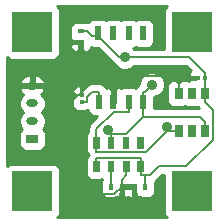
<source format=gtl>
G04 (created by PCBNEW-RS274X (2012-apr-16-27)-stable) date Sat 17 May 2014 12:29:47 BST*
G01*
G70*
G90*
%MOIN*%
G04 Gerber Fmt 3.4, Leading zero omitted, Abs format*
%FSLAX34Y34*%
G04 APERTURE LIST*
%ADD10C,0.006000*%
%ADD11R,0.023600X0.047200*%
%ADD12R,0.015700X0.023600*%
%ADD13R,0.023600X0.015700*%
%ADD14O,0.039400X0.027600*%
%ADD15R,0.039400X0.027600*%
%ADD16R,0.133900X0.133900*%
%ADD17R,0.015700X0.011800*%
%ADD18R,0.011800X0.015700*%
%ADD19C,0.035000*%
%ADD20C,0.006800*%
%ADD21C,0.010000*%
G04 APERTURE END LIST*
G54D10*
G36*
X27067Y-27991D02*
X27343Y-27991D01*
X27343Y-28385D01*
X27067Y-28385D01*
X27067Y-27991D01*
X27067Y-27991D01*
G37*
G36*
X26634Y-27991D02*
X26910Y-27991D01*
X26910Y-28385D01*
X26634Y-28385D01*
X26634Y-27991D01*
X26634Y-27991D01*
G37*
G36*
X26201Y-27991D02*
X26477Y-27991D01*
X26477Y-28385D01*
X26201Y-28385D01*
X26201Y-27991D01*
X26201Y-27991D01*
G37*
G36*
X26201Y-29251D02*
X26477Y-29251D01*
X26477Y-29645D01*
X26201Y-29645D01*
X26201Y-29251D01*
X26201Y-29251D01*
G37*
G36*
X26634Y-29251D02*
X26910Y-29251D01*
X26910Y-29645D01*
X26634Y-29645D01*
X26634Y-29251D01*
X26634Y-29251D01*
G37*
G36*
X27067Y-29251D02*
X27343Y-29251D01*
X27343Y-29645D01*
X27067Y-29645D01*
X27067Y-29251D01*
X27067Y-29251D01*
G37*
G54D11*
X23661Y-28464D03*
X24153Y-28464D03*
X24665Y-28464D03*
X25157Y-28464D03*
X25157Y-26180D03*
X24665Y-26180D03*
X24153Y-26180D03*
X23641Y-26180D03*
G54D12*
X24428Y-31299D03*
X24074Y-31299D03*
X25216Y-31299D03*
X24862Y-31299D03*
G54D13*
X23070Y-26122D03*
X23070Y-26476D03*
G54D10*
G36*
X23700Y-30817D02*
X23484Y-30817D01*
X23484Y-30443D01*
X23700Y-30443D01*
X23700Y-30817D01*
X23700Y-30817D01*
G37*
G36*
X24192Y-30817D02*
X23976Y-30817D01*
X23976Y-30443D01*
X24192Y-30443D01*
X24192Y-30817D01*
X24192Y-30817D01*
G37*
G36*
X24694Y-30817D02*
X24478Y-30817D01*
X24478Y-30443D01*
X24694Y-30443D01*
X24694Y-30817D01*
X24694Y-30817D01*
G37*
G36*
X25176Y-30817D02*
X24960Y-30817D01*
X24960Y-30443D01*
X25176Y-30443D01*
X25176Y-30817D01*
X25176Y-30817D01*
G37*
G36*
X25176Y-30029D02*
X24960Y-30029D01*
X24960Y-29655D01*
X25176Y-29655D01*
X25176Y-30029D01*
X25176Y-30029D01*
G37*
G36*
X24684Y-30029D02*
X24468Y-30029D01*
X24468Y-29655D01*
X24684Y-29655D01*
X24684Y-30029D01*
X24684Y-30029D01*
G37*
G36*
X24192Y-30029D02*
X23976Y-30029D01*
X23976Y-29655D01*
X24192Y-29655D01*
X24192Y-30029D01*
X24192Y-30029D01*
G37*
G36*
X23700Y-30029D02*
X23484Y-30029D01*
X23484Y-29655D01*
X23700Y-29655D01*
X23700Y-30029D01*
X23700Y-30029D01*
G37*
G54D14*
X21457Y-27932D03*
G54D15*
X21457Y-29704D03*
G54D14*
X21457Y-28523D03*
X21457Y-29113D03*
X21457Y-29113D03*
X21457Y-28523D03*
G54D15*
X21457Y-29704D03*
G54D14*
X21457Y-27932D03*
G54D16*
X21457Y-31456D03*
X21457Y-26141D03*
X26772Y-26141D03*
X26772Y-31456D03*
G54D17*
X23110Y-28228D03*
X23110Y-28464D03*
G54D18*
X27205Y-27676D03*
X26969Y-27676D03*
G54D19*
X25931Y-29321D03*
X23977Y-29394D03*
X25441Y-27893D03*
X24540Y-26982D03*
X24522Y-27835D03*
X22764Y-30571D03*
G54D20*
X24175Y-28803D02*
X23592Y-29386D01*
X23592Y-29386D02*
X23592Y-29552D01*
X24665Y-28464D02*
X24665Y-28803D01*
X23592Y-29722D02*
X23592Y-29842D01*
X24665Y-28803D02*
X24175Y-28803D01*
X23592Y-29842D02*
X23592Y-30132D01*
X23592Y-29722D02*
X23592Y-29552D01*
X26339Y-29448D02*
X26098Y-29448D01*
X25247Y-30132D02*
X25931Y-29448D01*
X25931Y-29448D02*
X25931Y-29321D01*
X23592Y-30132D02*
X25247Y-30132D01*
X25931Y-29448D02*
X26098Y-29448D01*
X24084Y-29552D02*
X24084Y-29501D01*
X24084Y-29501D02*
X23977Y-29394D01*
X25157Y-28464D02*
X25157Y-28803D01*
X24084Y-29842D02*
X24084Y-29552D01*
X25209Y-28125D02*
X25157Y-28125D01*
X25157Y-28973D02*
X27030Y-28973D01*
X27030Y-28973D02*
X27205Y-29148D01*
X24084Y-29552D02*
X24578Y-29552D01*
X24578Y-29552D02*
X25157Y-28973D01*
X25157Y-28803D02*
X25157Y-28973D01*
X27205Y-29448D02*
X27205Y-29148D01*
X25157Y-28464D02*
X25157Y-28125D01*
X25441Y-27893D02*
X25209Y-28125D01*
X25068Y-30630D02*
X25068Y-30920D01*
X25068Y-30340D02*
X23592Y-30340D01*
X23070Y-26122D02*
X23291Y-26122D01*
X23592Y-30630D02*
X23592Y-30340D01*
X27462Y-29744D02*
X27462Y-28745D01*
X23641Y-26272D02*
X23441Y-26272D01*
X23441Y-26272D02*
X23291Y-26122D01*
X23641Y-26180D02*
X23641Y-26272D01*
X27205Y-28188D02*
X27205Y-28488D01*
X27462Y-28745D02*
X27205Y-28488D01*
X27205Y-27676D02*
X27205Y-27495D01*
X27205Y-28188D02*
X27205Y-27676D01*
X25216Y-30920D02*
X25216Y-31299D01*
X25216Y-30920D02*
X25068Y-30920D01*
X25216Y-30920D02*
X25365Y-30920D01*
X25068Y-30630D02*
X25068Y-30340D01*
X27205Y-27495D02*
X26692Y-26982D01*
X26692Y-26982D02*
X24540Y-26982D01*
X26592Y-30614D02*
X27462Y-29744D01*
X24540Y-26982D02*
X24351Y-26982D01*
X24351Y-26982D02*
X23641Y-26272D01*
X25670Y-30615D02*
X25670Y-30614D01*
X25670Y-30614D02*
X26592Y-30614D01*
X25365Y-30920D02*
X25670Y-30615D01*
X23740Y-31547D02*
X24180Y-31547D01*
X24428Y-31299D02*
X24428Y-31078D01*
X24180Y-31547D02*
X24428Y-31299D01*
X24862Y-31299D02*
X24680Y-31299D01*
X21457Y-27932D02*
X21757Y-27932D01*
X23110Y-28228D02*
X23020Y-28228D01*
X22764Y-30571D02*
X23740Y-31547D01*
X24428Y-31299D02*
X24680Y-31299D01*
X24153Y-28464D02*
X24153Y-28125D01*
X22929Y-28279D02*
X22690Y-28518D01*
X22690Y-30497D02*
X22764Y-30571D01*
X22690Y-28518D02*
X22343Y-28518D01*
X22343Y-28518D02*
X21757Y-27932D01*
X26339Y-27867D02*
X26086Y-27614D01*
X24586Y-30630D02*
X24586Y-30920D01*
X24586Y-30920D02*
X24428Y-31078D01*
X22690Y-28518D02*
X22690Y-30497D01*
X26339Y-27867D02*
X26339Y-28188D01*
X26969Y-27676D02*
X26530Y-27676D01*
X26530Y-27676D02*
X26339Y-27867D01*
X23376Y-27872D02*
X23900Y-27872D01*
X23900Y-27872D02*
X24153Y-28125D01*
X23020Y-28228D02*
X23376Y-27872D01*
X23376Y-27872D02*
X23070Y-27566D01*
X23070Y-27566D02*
X23070Y-26476D01*
X23020Y-28228D02*
X22929Y-28228D01*
X22929Y-28228D02*
X22929Y-28279D01*
X26086Y-27614D02*
X24743Y-27614D01*
X24153Y-28125D02*
X24443Y-27835D01*
X24443Y-27835D02*
X24522Y-27835D01*
X24743Y-27614D02*
X24522Y-27835D01*
X24074Y-30930D02*
X24074Y-31299D01*
X24084Y-30920D02*
X24074Y-30930D01*
X24084Y-30630D02*
X24084Y-30920D01*
X23459Y-28125D02*
X23661Y-28125D01*
X23292Y-28292D02*
X23459Y-28125D01*
X23292Y-28464D02*
X23292Y-28292D01*
X23661Y-28464D02*
X23661Y-28125D01*
X23110Y-28464D02*
X23292Y-28464D01*
G54D10*
G36*
X27004Y-28689D02*
X25524Y-28689D01*
X25524Y-28651D01*
X25524Y-28318D01*
X25525Y-28318D01*
X25681Y-28254D01*
X25801Y-28134D01*
X25866Y-27978D01*
X25866Y-27809D01*
X25802Y-27653D01*
X25682Y-27533D01*
X25526Y-27468D01*
X25357Y-27468D01*
X25201Y-27532D01*
X25081Y-27652D01*
X25016Y-27808D01*
X25016Y-27884D01*
X24956Y-27924D01*
X24900Y-28007D01*
X24833Y-27979D01*
X24734Y-27979D01*
X24498Y-27979D01*
X24409Y-28015D01*
X24320Y-27979D01*
X24265Y-27978D01*
X24203Y-28040D01*
X24203Y-28364D01*
X24203Y-28414D01*
X24203Y-28514D01*
X24103Y-28514D01*
X24103Y-28414D01*
X24103Y-28364D01*
X24103Y-28040D01*
X24041Y-27978D01*
X23986Y-27979D01*
X23917Y-28007D01*
X23862Y-27924D01*
X23770Y-27863D01*
X23661Y-27841D01*
X23459Y-27841D01*
X23350Y-27863D01*
X23258Y-27924D01*
X23255Y-27927D01*
X23254Y-27927D01*
X23238Y-27920D01*
X23210Y-27920D01*
X23149Y-27981D01*
X23149Y-28033D01*
X23091Y-28091D01*
X23071Y-28121D01*
X23071Y-27981D01*
X23020Y-27930D01*
X23020Y-26742D01*
X23020Y-26515D01*
X22764Y-26515D01*
X22702Y-26577D01*
X22703Y-26603D01*
X22741Y-26695D01*
X22811Y-26765D01*
X22902Y-26803D01*
X22959Y-26803D01*
X23020Y-26742D01*
X23020Y-27930D01*
X23010Y-27920D01*
X22982Y-27920D01*
X22891Y-27958D01*
X22821Y-28028D01*
X22783Y-28120D01*
X22782Y-28137D01*
X22844Y-28199D01*
X22886Y-28199D01*
X22821Y-28264D01*
X22809Y-28291D01*
X22782Y-28319D01*
X22783Y-28336D01*
X22786Y-28345D01*
X22783Y-28355D01*
X22783Y-28454D01*
X22783Y-28572D01*
X22821Y-28664D01*
X22891Y-28734D01*
X22982Y-28772D01*
X23081Y-28772D01*
X23237Y-28772D01*
X23292Y-28748D01*
X23294Y-28748D01*
X23294Y-28749D01*
X23332Y-28841D01*
X23402Y-28911D01*
X23493Y-28949D01*
X23592Y-28949D01*
X23627Y-28949D01*
X23391Y-29185D01*
X23330Y-29277D01*
X23308Y-29386D01*
X23308Y-29479D01*
X23273Y-29514D01*
X23235Y-29605D01*
X23235Y-29704D01*
X23235Y-30078D01*
X23273Y-30170D01*
X23326Y-30223D01*
X23328Y-30236D01*
X23326Y-30248D01*
X23273Y-30302D01*
X23235Y-30393D01*
X23235Y-30492D01*
X23235Y-30866D01*
X23273Y-30958D01*
X23343Y-31028D01*
X23434Y-31066D01*
X23533Y-31066D01*
X23749Y-31066D01*
X23779Y-31053D01*
X23747Y-31131D01*
X23747Y-31230D01*
X23747Y-31466D01*
X23785Y-31558D01*
X23855Y-31628D01*
X23946Y-31666D01*
X24045Y-31666D01*
X24201Y-31666D01*
X24251Y-31645D01*
X24301Y-31666D01*
X24327Y-31667D01*
X24389Y-31605D01*
X24389Y-31495D01*
X24401Y-31467D01*
X24401Y-31368D01*
X24401Y-31249D01*
X24467Y-31249D01*
X24528Y-31249D01*
X24596Y-31249D01*
X24694Y-31249D01*
X24762Y-31249D01*
X24823Y-31249D01*
X24889Y-31249D01*
X24889Y-31466D01*
X24901Y-31495D01*
X24901Y-31605D01*
X24963Y-31667D01*
X24989Y-31666D01*
X25038Y-31645D01*
X25088Y-31666D01*
X25187Y-31666D01*
X25343Y-31666D01*
X25435Y-31628D01*
X25505Y-31558D01*
X25543Y-31467D01*
X25543Y-31368D01*
X25543Y-31136D01*
X25566Y-31121D01*
X25789Y-30898D01*
X25854Y-30898D01*
X25854Y-32174D01*
X25892Y-32266D01*
X25938Y-32312D01*
X24823Y-32312D01*
X24823Y-31605D01*
X24823Y-31349D01*
X24694Y-31349D01*
X24596Y-31349D01*
X24467Y-31349D01*
X24467Y-31605D01*
X24529Y-31667D01*
X24555Y-31666D01*
X24645Y-31628D01*
X24735Y-31666D01*
X24761Y-31667D01*
X24823Y-31605D01*
X24823Y-32312D01*
X22291Y-32312D01*
X22337Y-32266D01*
X22375Y-32175D01*
X22375Y-32076D01*
X22375Y-30738D01*
X22337Y-30646D01*
X22267Y-30576D01*
X22176Y-30538D01*
X22077Y-30538D01*
X21905Y-30538D01*
X21905Y-29190D01*
X21905Y-29038D01*
X21847Y-28898D01*
X21767Y-28818D01*
X21846Y-28739D01*
X21905Y-28600D01*
X21905Y-28448D01*
X21847Y-28308D01*
X21759Y-28220D01*
X21822Y-28166D01*
X21887Y-28041D01*
X21887Y-27823D01*
X21822Y-27698D01*
X21709Y-27599D01*
X21567Y-27550D01*
X21507Y-27609D01*
X21507Y-27882D01*
X21838Y-27882D01*
X21887Y-27823D01*
X21887Y-28041D01*
X21838Y-27982D01*
X21557Y-27982D01*
X21507Y-27982D01*
X21407Y-27982D01*
X21407Y-27882D01*
X21407Y-27609D01*
X21347Y-27550D01*
X21205Y-27599D01*
X21092Y-27698D01*
X21027Y-27823D01*
X21076Y-27882D01*
X21407Y-27882D01*
X21407Y-27982D01*
X21357Y-27982D01*
X21076Y-27982D01*
X21027Y-28041D01*
X21092Y-28166D01*
X21154Y-28220D01*
X21068Y-28307D01*
X21009Y-28446D01*
X21009Y-28598D01*
X21067Y-28738D01*
X21147Y-28818D01*
X21068Y-28897D01*
X21009Y-29036D01*
X21009Y-29188D01*
X21067Y-29328D01*
X21106Y-29367D01*
X21049Y-29425D01*
X21011Y-29516D01*
X21011Y-29615D01*
X21011Y-29891D01*
X21049Y-29983D01*
X21119Y-30053D01*
X21210Y-30091D01*
X21309Y-30091D01*
X21703Y-30091D01*
X21795Y-30053D01*
X21865Y-29983D01*
X21903Y-29892D01*
X21903Y-29793D01*
X21903Y-29517D01*
X21865Y-29425D01*
X21807Y-29367D01*
X21846Y-29329D01*
X21905Y-29190D01*
X21905Y-30538D01*
X20739Y-30538D01*
X20647Y-30576D01*
X20601Y-30622D01*
X20601Y-26975D01*
X20647Y-27021D01*
X20738Y-27059D01*
X20837Y-27059D01*
X22175Y-27059D01*
X22267Y-27021D01*
X22337Y-26951D01*
X22375Y-26860D01*
X22375Y-26761D01*
X22375Y-25423D01*
X22337Y-25331D01*
X22291Y-25285D01*
X25938Y-25285D01*
X25892Y-25331D01*
X25854Y-25422D01*
X25854Y-25521D01*
X25854Y-26698D01*
X24857Y-26698D01*
X24824Y-26665D01*
X24832Y-26665D01*
X24910Y-26632D01*
X24989Y-26665D01*
X25088Y-26665D01*
X25324Y-26665D01*
X25416Y-26627D01*
X25486Y-26557D01*
X25524Y-26466D01*
X25524Y-26367D01*
X25524Y-25895D01*
X25486Y-25803D01*
X25416Y-25733D01*
X25325Y-25695D01*
X25226Y-25695D01*
X24990Y-25695D01*
X24911Y-25727D01*
X24833Y-25695D01*
X24734Y-25695D01*
X24498Y-25695D01*
X24409Y-25731D01*
X24321Y-25695D01*
X24222Y-25695D01*
X23986Y-25695D01*
X23897Y-25731D01*
X23809Y-25695D01*
X23710Y-25695D01*
X23474Y-25695D01*
X23382Y-25733D01*
X23312Y-25803D01*
X23303Y-25822D01*
X23238Y-25795D01*
X23139Y-25795D01*
X22903Y-25795D01*
X22811Y-25833D01*
X22741Y-25903D01*
X22703Y-25994D01*
X22703Y-26093D01*
X22703Y-26249D01*
X22723Y-26299D01*
X22703Y-26349D01*
X22702Y-26375D01*
X22764Y-26437D01*
X22873Y-26437D01*
X22902Y-26449D01*
X23001Y-26449D01*
X23120Y-26449D01*
X23120Y-26515D01*
X23120Y-26576D01*
X23120Y-26742D01*
X23181Y-26803D01*
X23238Y-26803D01*
X23329Y-26765D01*
X23399Y-26695D01*
X23420Y-26643D01*
X23473Y-26665D01*
X23572Y-26665D01*
X23632Y-26665D01*
X24150Y-27183D01*
X24167Y-27194D01*
X24179Y-27222D01*
X24299Y-27342D01*
X24455Y-27407D01*
X24624Y-27407D01*
X24780Y-27343D01*
X24857Y-27266D01*
X26574Y-27266D01*
X26732Y-27423D01*
X26699Y-27457D01*
X26661Y-27548D01*
X26661Y-27576D01*
X26722Y-27637D01*
X26897Y-27637D01*
X26897Y-27647D01*
X26897Y-27715D01*
X26722Y-27715D01*
X26695Y-27742D01*
X26661Y-27742D01*
X26661Y-27776D01*
X26660Y-27777D01*
X26660Y-27742D01*
X26585Y-27742D01*
X26555Y-27754D01*
X26527Y-27742D01*
X26428Y-27742D01*
X26152Y-27742D01*
X26060Y-27780D01*
X25990Y-27850D01*
X25952Y-27941D01*
X25952Y-28040D01*
X25952Y-28434D01*
X25990Y-28526D01*
X26060Y-28596D01*
X26151Y-28634D01*
X26250Y-28634D01*
X26526Y-28634D01*
X26555Y-28621D01*
X26584Y-28634D01*
X26683Y-28634D01*
X26959Y-28634D01*
X26965Y-28631D01*
X26966Y-28631D01*
X27004Y-28689D01*
X27004Y-28689D01*
G37*
G54D21*
X27004Y-28689D02*
X25524Y-28689D01*
X25524Y-28651D01*
X25524Y-28318D01*
X25525Y-28318D01*
X25681Y-28254D01*
X25801Y-28134D01*
X25866Y-27978D01*
X25866Y-27809D01*
X25802Y-27653D01*
X25682Y-27533D01*
X25526Y-27468D01*
X25357Y-27468D01*
X25201Y-27532D01*
X25081Y-27652D01*
X25016Y-27808D01*
X25016Y-27884D01*
X24956Y-27924D01*
X24900Y-28007D01*
X24833Y-27979D01*
X24734Y-27979D01*
X24498Y-27979D01*
X24409Y-28015D01*
X24320Y-27979D01*
X24265Y-27978D01*
X24203Y-28040D01*
X24203Y-28364D01*
X24203Y-28414D01*
X24203Y-28514D01*
X24103Y-28514D01*
X24103Y-28414D01*
X24103Y-28364D01*
X24103Y-28040D01*
X24041Y-27978D01*
X23986Y-27979D01*
X23917Y-28007D01*
X23862Y-27924D01*
X23770Y-27863D01*
X23661Y-27841D01*
X23459Y-27841D01*
X23350Y-27863D01*
X23258Y-27924D01*
X23255Y-27927D01*
X23254Y-27927D01*
X23238Y-27920D01*
X23210Y-27920D01*
X23149Y-27981D01*
X23149Y-28033D01*
X23091Y-28091D01*
X23071Y-28121D01*
X23071Y-27981D01*
X23020Y-27930D01*
X23020Y-26742D01*
X23020Y-26515D01*
X22764Y-26515D01*
X22702Y-26577D01*
X22703Y-26603D01*
X22741Y-26695D01*
X22811Y-26765D01*
X22902Y-26803D01*
X22959Y-26803D01*
X23020Y-26742D01*
X23020Y-27930D01*
X23010Y-27920D01*
X22982Y-27920D01*
X22891Y-27958D01*
X22821Y-28028D01*
X22783Y-28120D01*
X22782Y-28137D01*
X22844Y-28199D01*
X22886Y-28199D01*
X22821Y-28264D01*
X22809Y-28291D01*
X22782Y-28319D01*
X22783Y-28336D01*
X22786Y-28345D01*
X22783Y-28355D01*
X22783Y-28454D01*
X22783Y-28572D01*
X22821Y-28664D01*
X22891Y-28734D01*
X22982Y-28772D01*
X23081Y-28772D01*
X23237Y-28772D01*
X23292Y-28748D01*
X23294Y-28748D01*
X23294Y-28749D01*
X23332Y-28841D01*
X23402Y-28911D01*
X23493Y-28949D01*
X23592Y-28949D01*
X23627Y-28949D01*
X23391Y-29185D01*
X23330Y-29277D01*
X23308Y-29386D01*
X23308Y-29479D01*
X23273Y-29514D01*
X23235Y-29605D01*
X23235Y-29704D01*
X23235Y-30078D01*
X23273Y-30170D01*
X23326Y-30223D01*
X23328Y-30236D01*
X23326Y-30248D01*
X23273Y-30302D01*
X23235Y-30393D01*
X23235Y-30492D01*
X23235Y-30866D01*
X23273Y-30958D01*
X23343Y-31028D01*
X23434Y-31066D01*
X23533Y-31066D01*
X23749Y-31066D01*
X23779Y-31053D01*
X23747Y-31131D01*
X23747Y-31230D01*
X23747Y-31466D01*
X23785Y-31558D01*
X23855Y-31628D01*
X23946Y-31666D01*
X24045Y-31666D01*
X24201Y-31666D01*
X24251Y-31645D01*
X24301Y-31666D01*
X24327Y-31667D01*
X24389Y-31605D01*
X24389Y-31495D01*
X24401Y-31467D01*
X24401Y-31368D01*
X24401Y-31249D01*
X24467Y-31249D01*
X24528Y-31249D01*
X24596Y-31249D01*
X24694Y-31249D01*
X24762Y-31249D01*
X24823Y-31249D01*
X24889Y-31249D01*
X24889Y-31466D01*
X24901Y-31495D01*
X24901Y-31605D01*
X24963Y-31667D01*
X24989Y-31666D01*
X25038Y-31645D01*
X25088Y-31666D01*
X25187Y-31666D01*
X25343Y-31666D01*
X25435Y-31628D01*
X25505Y-31558D01*
X25543Y-31467D01*
X25543Y-31368D01*
X25543Y-31136D01*
X25566Y-31121D01*
X25789Y-30898D01*
X25854Y-30898D01*
X25854Y-32174D01*
X25892Y-32266D01*
X25938Y-32312D01*
X24823Y-32312D01*
X24823Y-31605D01*
X24823Y-31349D01*
X24694Y-31349D01*
X24596Y-31349D01*
X24467Y-31349D01*
X24467Y-31605D01*
X24529Y-31667D01*
X24555Y-31666D01*
X24645Y-31628D01*
X24735Y-31666D01*
X24761Y-31667D01*
X24823Y-31605D01*
X24823Y-32312D01*
X22291Y-32312D01*
X22337Y-32266D01*
X22375Y-32175D01*
X22375Y-32076D01*
X22375Y-30738D01*
X22337Y-30646D01*
X22267Y-30576D01*
X22176Y-30538D01*
X22077Y-30538D01*
X21905Y-30538D01*
X21905Y-29190D01*
X21905Y-29038D01*
X21847Y-28898D01*
X21767Y-28818D01*
X21846Y-28739D01*
X21905Y-28600D01*
X21905Y-28448D01*
X21847Y-28308D01*
X21759Y-28220D01*
X21822Y-28166D01*
X21887Y-28041D01*
X21887Y-27823D01*
X21822Y-27698D01*
X21709Y-27599D01*
X21567Y-27550D01*
X21507Y-27609D01*
X21507Y-27882D01*
X21838Y-27882D01*
X21887Y-27823D01*
X21887Y-28041D01*
X21838Y-27982D01*
X21557Y-27982D01*
X21507Y-27982D01*
X21407Y-27982D01*
X21407Y-27882D01*
X21407Y-27609D01*
X21347Y-27550D01*
X21205Y-27599D01*
X21092Y-27698D01*
X21027Y-27823D01*
X21076Y-27882D01*
X21407Y-27882D01*
X21407Y-27982D01*
X21357Y-27982D01*
X21076Y-27982D01*
X21027Y-28041D01*
X21092Y-28166D01*
X21154Y-28220D01*
X21068Y-28307D01*
X21009Y-28446D01*
X21009Y-28598D01*
X21067Y-28738D01*
X21147Y-28818D01*
X21068Y-28897D01*
X21009Y-29036D01*
X21009Y-29188D01*
X21067Y-29328D01*
X21106Y-29367D01*
X21049Y-29425D01*
X21011Y-29516D01*
X21011Y-29615D01*
X21011Y-29891D01*
X21049Y-29983D01*
X21119Y-30053D01*
X21210Y-30091D01*
X21309Y-30091D01*
X21703Y-30091D01*
X21795Y-30053D01*
X21865Y-29983D01*
X21903Y-29892D01*
X21903Y-29793D01*
X21903Y-29517D01*
X21865Y-29425D01*
X21807Y-29367D01*
X21846Y-29329D01*
X21905Y-29190D01*
X21905Y-30538D01*
X20739Y-30538D01*
X20647Y-30576D01*
X20601Y-30622D01*
X20601Y-26975D01*
X20647Y-27021D01*
X20738Y-27059D01*
X20837Y-27059D01*
X22175Y-27059D01*
X22267Y-27021D01*
X22337Y-26951D01*
X22375Y-26860D01*
X22375Y-26761D01*
X22375Y-25423D01*
X22337Y-25331D01*
X22291Y-25285D01*
X25938Y-25285D01*
X25892Y-25331D01*
X25854Y-25422D01*
X25854Y-25521D01*
X25854Y-26698D01*
X24857Y-26698D01*
X24824Y-26665D01*
X24832Y-26665D01*
X24910Y-26632D01*
X24989Y-26665D01*
X25088Y-26665D01*
X25324Y-26665D01*
X25416Y-26627D01*
X25486Y-26557D01*
X25524Y-26466D01*
X25524Y-26367D01*
X25524Y-25895D01*
X25486Y-25803D01*
X25416Y-25733D01*
X25325Y-25695D01*
X25226Y-25695D01*
X24990Y-25695D01*
X24911Y-25727D01*
X24833Y-25695D01*
X24734Y-25695D01*
X24498Y-25695D01*
X24409Y-25731D01*
X24321Y-25695D01*
X24222Y-25695D01*
X23986Y-25695D01*
X23897Y-25731D01*
X23809Y-25695D01*
X23710Y-25695D01*
X23474Y-25695D01*
X23382Y-25733D01*
X23312Y-25803D01*
X23303Y-25822D01*
X23238Y-25795D01*
X23139Y-25795D01*
X22903Y-25795D01*
X22811Y-25833D01*
X22741Y-25903D01*
X22703Y-25994D01*
X22703Y-26093D01*
X22703Y-26249D01*
X22723Y-26299D01*
X22703Y-26349D01*
X22702Y-26375D01*
X22764Y-26437D01*
X22873Y-26437D01*
X22902Y-26449D01*
X23001Y-26449D01*
X23120Y-26449D01*
X23120Y-26515D01*
X23120Y-26576D01*
X23120Y-26742D01*
X23181Y-26803D01*
X23238Y-26803D01*
X23329Y-26765D01*
X23399Y-26695D01*
X23420Y-26643D01*
X23473Y-26665D01*
X23572Y-26665D01*
X23632Y-26665D01*
X24150Y-27183D01*
X24167Y-27194D01*
X24179Y-27222D01*
X24299Y-27342D01*
X24455Y-27407D01*
X24624Y-27407D01*
X24780Y-27343D01*
X24857Y-27266D01*
X26574Y-27266D01*
X26732Y-27423D01*
X26699Y-27457D01*
X26661Y-27548D01*
X26661Y-27576D01*
X26722Y-27637D01*
X26897Y-27637D01*
X26897Y-27647D01*
X26897Y-27715D01*
X26722Y-27715D01*
X26695Y-27742D01*
X26661Y-27742D01*
X26661Y-27776D01*
X26660Y-27777D01*
X26660Y-27742D01*
X26585Y-27742D01*
X26555Y-27754D01*
X26527Y-27742D01*
X26428Y-27742D01*
X26152Y-27742D01*
X26060Y-27780D01*
X25990Y-27850D01*
X25952Y-27941D01*
X25952Y-28040D01*
X25952Y-28434D01*
X25990Y-28526D01*
X26060Y-28596D01*
X26151Y-28634D01*
X26250Y-28634D01*
X26526Y-28634D01*
X26555Y-28621D01*
X26584Y-28634D01*
X26683Y-28634D01*
X26959Y-28634D01*
X26965Y-28631D01*
X26966Y-28631D01*
X27004Y-28689D01*
M02*

</source>
